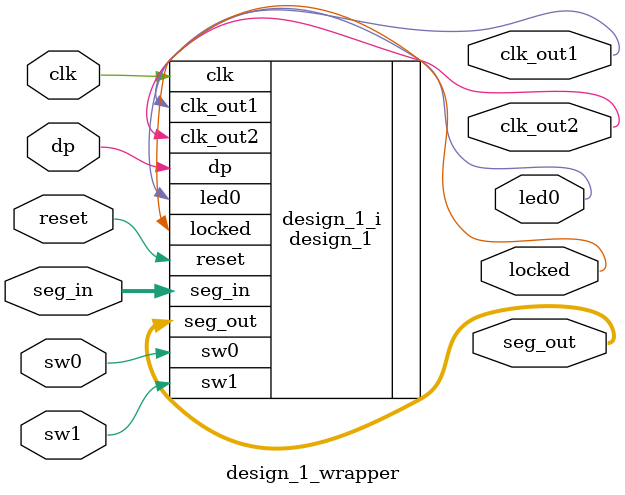
<source format=v>
`timescale 1 ps / 1 ps

module design_1_wrapper
   (clk,
    clk_out1,
    clk_out2,
    dp,
    led0,
    locked,
    reset,
    seg_in,
    seg_out,
    sw0,
    sw1);
  input clk;
  output clk_out1;
  output clk_out2;
  input dp;
  output led0;
  output locked;
  input reset;
  input [3:0]seg_in;
  output [7:0]seg_out;
  input sw0;
  input sw1;

  wire clk;
  wire clk_out1;
  wire clk_out2;
  wire dp;
  wire led0;
  wire locked;
  wire reset;
  wire [3:0]seg_in;
  wire [7:0]seg_out;
  wire sw0;
  wire sw1;

  design_1 design_1_i
       (.clk(clk),
        .clk_out1(clk_out1),
        .clk_out2(clk_out2),
        .dp(dp),
        .led0(led0),
        .locked(locked),
        .reset(reset),
        .seg_in(seg_in),
        .seg_out(seg_out),
        .sw0(sw0),
        .sw1(sw1));
endmodule

</source>
